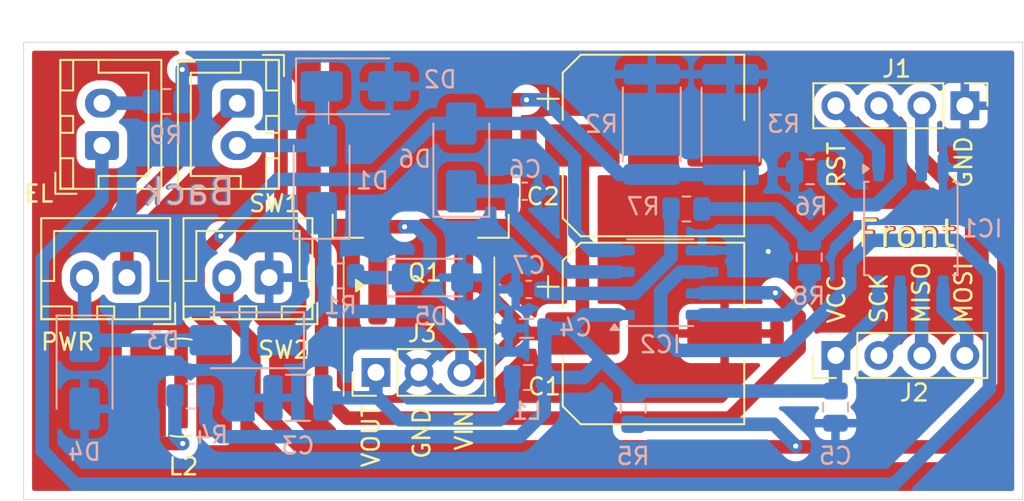
<source format=kicad_pcb>
(kicad_pcb (version 20241229) (generator "pcbnew") (generator_version "9.0")
  (layers (0 "F.Cu" signal) (2 "B.Cu" signal) (13 "F.Paste" user) (15 "B.Paste" user) (5 "F.SilkS" user "F.Silkscreen") (7 "B.SilkS" user "B.Silkscreen") (1 "F.Mask" user) (3 "B.Mask" user) (25 "Edge.Cuts" user))
  (net 0 "")
  (net 1 "Net-(D1-K)")
  (net 2 "GND")
  (net 3 "Net-(J3-Pin_1)")
  (net 4 "Net-(J2-Pin_1)")
  (net 5 "Net-(D6-K)")
  (net 6 "Net-(U2-RSW-Osc)")
  (net 7 "Net-(D1-A)")
  (net 8 "-6V")
  (net 9 "Net-(D5-K)")
  (net 10 "Net-(D6-A)")
  (net 11 "+6V")
  (net 12 "Net-(J2-Pin_3)")
  (net 13 "Net-(J2-Pin_2)")
  (net 14 "Net-(J2-Pin_4)")
  (net 15 "Net-(J4-Pin_2)")
  (net 16 "Net-(J4-Pin_4)")
  (net 17 "Net-(J4-Pin_3)")
  (net 18 "Net-(J5-Pin_1)")
  (net 19 "Net-(J5-Pin_2)")
  (net 20 "Net-(L2-Pad1)")
  (net 21 "Net-(Q1-D)")
  (net 22 "Net-(U2-VA)")
  (net 23 "Net-(U2-Rel-Osc)")
  (footprint "Capacitor_SMD:CP_Elec_10x10.5" (layer "F.Cu") (at 141.6 92.5)
    (property "Reference" "C1" (at -6.44 3.14 0) (layer "F.SilkS"))
    (property "Value" "470 µF 35V")
    (pad "1" smd roundrect (at -4.2 0) (size 4.4 2.5) (layers "F.Cu" "F.Mask" "F.Paste") (roundrect_rratio 0.1) (net 1 "Net-(D1-K)"))
    (pad "2" smd roundrect (at 4.2 0) (size 4.4 2.5) (layers "F.Cu" "F.Mask" "F.Paste") (roundrect_rratio 0.1) (net 2 "GND"))
  )
  (footprint "Connector_JST:JST_XH_B2B-XH-A_1x02_P2.50mm_Vertical" (layer "F.Cu") (at 117.025 78.9 -90)
    (property "Reference" "SW1" (at 5.92 -2.215 0) (layer "F.SilkS"))
    (property "Value" "On/ OFF")
    (pad "1" thru_hole roundrect (at 0 0 270) (size 1.7 2) (drill 1) (layers "*.Cu" "*.Mask") (roundrect_rratio 0.147059) (net 11 "+6V"))
    (pad "2" thru_hole oval (at 2.5 0 270) (size 1.7 2) (drill 1) (layers "*.Cu" "*.Mask") (net 7 "Net-(D1-A)"))
  )
  (footprint "Connector_PinHeader_2.54mm:PinHeader_1x04_P2.54mm_Vertical" (layer "F.Cu") (at 152.37 93.8 90)
    (property "Reference" "J2" (at -2.2 4.63 180) (layer "F.SilkS"))
    (property "Value" "Conn_01x04_Pin")
    (pad "1" thru_hole rect (at 0 0 90) (size 1.7 1.7) (drill 1) (layers "*.Cu" "*.Mask") (net 4 "Net-(J2-Pin_1)"))
    (pad "2" thru_hole oval (at 0 2.54 90) (size 1.7 1.7) (drill 1) (layers "*.Cu" "*.Mask") (net 13 "Net-(J2-Pin_2)"))
    (pad "3" thru_hole oval (at 0 5.08 90) (size 1.7 1.7) (drill 1) (layers "*.Cu" "*.Mask") (net 12 "Net-(J2-Pin_3)"))
    (pad "4" thru_hole oval (at 0 7.62 90) (size 1.7 1.7) (drill 1) (layers "*.Cu" "*.Mask") (net 14 "Net-(J2-Pin_4)"))
  )
  (footprint "Package_TO_SOT_SMD:TO-263-2" (layer "F.Cu") (at 127.85 82.025 90)
    (property "Reference" "Q1" (hide yes))
    (property "Value" "IRF4905")
    (pad "1" smd roundrect (at -7.65 -2.54 90) (size 4.6 1.1) (layers "F.Cu" "F.Mask" "F.Paste") (roundrect_rratio 0.227273) (net 9 "Net-(D5-K)"))
    (pad "2" smd roundrect (at -0.925 -2.775 90) (size 4.55 5.25) (layers "F.Cu" "F.Paste") (roundrect_rratio 0.054945) (net 21 "Net-(Q1-D)"))
    (pad "2" smd roundrect (at -0.925 2.775 90) (size 4.55 5.25) (layers "F.Cu" "F.Paste") (roundrect_rratio 0.054945) (net 21 "Net-(Q1-D)"))
    (pad "2" smd roundrect (at 1.5 0 90) (size 9.4 10.8) (layers "F.Cu" "F.Mask") (roundrect_rratio 0.026596) (net 21 "Net-(Q1-D)"))
    (pad "2" smd roundrect (at 3.925 -2.775 90) (size 4.55 5.25) (layers "F.Cu" "F.Paste") (roundrect_rratio 0.054945) (net 21 "Net-(Q1-D)"))
    (pad "2" smd roundrect (at 3.925 2.775 90) (size 4.55 5.25) (layers "F.Cu" "F.Paste") (roundrect_rratio 0.054945) (net 21 "Net-(Q1-D)"))
    (pad "3" smd roundrect (at -7.65 2.54 90) (size 4.6 1.1) (layers "F.Cu" "F.Mask" "F.Paste") (roundrect_rratio 0.227273) (net 1 "Net-(D1-K)"))
  )
  (footprint "Connector_PinHeader_2.54mm:PinHeader_1x04_P2.54mm_Vertical" (layer "F.Cu") (at 159.99 79.05 -90)
    (property "Reference" "J1" (at -2.18 4.03 180) (layer "F.SilkS"))
    (property "Value" "Conn_01x04_Pin")
    (pad "1" thru_hole rect (at 0 0 270) (size 1.7 1.7) (drill 1) (layers "*.Cu" "*.Mask") (net 2 "GND"))
    (pad "2" thru_hole oval (at 0 2.54 270) (size 1.7 1.7) (drill 1) (layers "*.Cu" "*.Mask") (net 15 "Net-(J4-Pin_2)"))
    (pad "3" thru_hole oval (at 0 5.08 270) (size 1.7 1.7) (drill 1) (layers "*.Cu" "*.Mask") (net 17 "Net-(J4-Pin_3)"))
    (pad "4" thru_hole oval (at 0 7.62 270) (size 1.7 1.7) (drill 1) (layers "*.Cu" "*.Mask") (net 16 "Net-(J4-Pin_4)"))
  )
  (footprint "Connector_JST:JST_XH_B2B-XH-A_1x02_P2.50mm_Vertical" (layer "F.Cu") (at 110.5 89.2 180)
    (property "Reference" "PWR" (at 3.5 -3.8 0) (layer "F.SilkS"))
    (property "Value" "Conn_01x02_Pin")
    (pad "1" thru_hole roundrect (at 0 0 180) (size 1.7 2) (drill 1) (layers "*.Cu" "*.Mask") (roundrect_rratio 0.147059) (net 11 "+6V"))
    (pad "2" thru_hole oval (at 2.5 0 180) (size 1.7 2) (drill 1) (layers "*.Cu" "*.Mask") (net 8 "-6V"))
  )
  (footprint "Connector_JST:JST_XH_B2B-XH-A_1x02_P2.50mm_Vertical" (layer "F.Cu") (at 118.9 89.2 180)
    (property "Reference" "SW2" (at -0.87 -4.27 0) (layer "F.SilkS"))
    (property "Value" "Blink/ Steady")
    (pad "1" thru_hole roundrect (at 0 0 180) (size 1.7 2) (drill 1) (layers "*.Cu" "*.Mask") (roundrect_rratio 0.147059) (net 2 "GND"))
    (pad "2" thru_hole oval (at 2.5 0 180) (size 1.7 2) (drill 1) (layers "*.Cu" "*.Mask") (net 15 "Net-(J4-Pin_2)"))
  )
  (footprint "Capacitor_SMD:CP_Elec_10x10.5" (layer "F.Cu") (at 141.6 81.4)
    (property "Reference" "C2" (at -6.52 3.01 0) (layer "F.SilkS"))
    (property "Value" "470 µF 35V")
    (pad "1" smd roundrect (at -4.2 0) (size 4.4 2.5) (layers "F.Cu" "F.Mask" "F.Paste") (roundrect_rratio 0.1) (net 1 "Net-(D1-K)"))
    (pad "2" smd roundrect (at 4.2 0) (size 4.4 2.5) (layers "F.Cu" "F.Mask" "F.Paste") (roundrect_rratio 0.1) (net 2 "GND"))
  )
  (footprint "Inductor_SMD:L_Bourns_SDR0604" (layer "F.Cu") (at 113.7 95.7 90)
    (property "Reference" "L2" (at -4.66 0.14 0) (layer "F.SilkS"))
    (property "Value" "220 µH")
    (pad "1" smd roundrect (at 0 -1.95 90) (size 5.8 2.1) (layers "F.Cu" "F.Mask" "F.Paste") (roundrect_rratio 0) (chamfer_ratio 0.2) (chamfer top_left top_right) (net 20 "Net-(L2-Pad1)"))
    (pad "2" smd roundrect (at 0 1.95 270) (size 5.8 2.1) (layers "F.Cu" "F.Mask" "F.Paste") (roundrect_rratio 0) (chamfer_ratio 0.2) (chamfer top_left top_right) (net 10 "Net-(D6-A)"))
  )
  (footprint "Connector_JST:JST_XH_B2B-XH-A_1x02_P2.50mm_Vertical" (layer "F.Cu") (at 109.025 81.4 90)
    (property "Reference" "EL" (at -2.85 -3.725 180) (layer "F.SilkS"))
    (property "Value" "Conn_01x02_Pin")
    (pad "1" thru_hole roundrect (at 0 0 90) (size 1.7 2) (drill 1) (layers "*.Cu" "*.Mask") (roundrect_rratio 0.147059) (net 18 "Net-(J5-Pin_1)"))
    (pad "2" thru_hole oval (at 2.5 0 90) (size 1.7 2) (drill 1) (layers "*.Cu" "*.Mask") (net 19 "Net-(J5-Pin_2)"))
  )
  (footprint "Connector_PinHeader_2.54mm:PinHeader_1x03_P2.54mm_Vertical" (layer "F.Cu") (at 125.21 94.8 90)
    (property "Reference" "J3" (at 2.3 2.73 180) (layer "F.SilkS"))
    (property "Value" "Conn_01x03_Pin")
    (pad "1" thru_hole rect (at 0 0 90) (size 1.7 1.7) (drill 1) (layers "*.Cu" "*.Mask") (net 3 "Net-(J3-Pin_1)"))
    (pad "2" thru_hole circle (at 0 2.54 90) (size 1.7 1.7) (drill 1) (layers "*.Cu" "*.Mask") (net 2 "GND"))
    (pad "3" thru_hole circle (at 0 5.08 90) (size 1.7 1.7) (drill 1) (layers "*.Cu" "*.Mask") (net 1 "Net-(D1-K)"))
  )
  (footprint "Resistor_SMD:R_2512_6332Metric" (layer "B.Cu") (at 141.5 80.15 90)
    (property "Reference" "R2" (at 0.02 -2.97 0) (layer "B.SilkS") (effects (justify mirror)))
    (property "Value" "30")
    (pad "1" smd roundrect (at -2.9625 0 90) (size 1.225 3.35) (layers "B.Cu" "B.Mask" "B.Paste") (roundrect_rratio 0.204082) (net 21 "Net-(Q1-D)"))
    (pad "2" smd roundrect (at 2.9625 0 90) (size 1.225 3.35) (layers "B.Cu" "B.Mask" "B.Paste") (roundrect_rratio 0.204082) (net 2 "GND"))
  )
  (footprint "Capacitor_SMD:C_0603_1608Metric" (layer "B.Cu") (at 134.2375 89.9 180)
    (property "Reference" "C7" (at 0 1.43 0) (layer "B.SilkS") (effects (justify mirror)))
    (property "Value" "1 nF")
    (pad "1" smd roundrect (at -0.775 0 180) (size 0.9 0.95) (layers "B.Cu" "B.Mask" "B.Paste") (net 6 "Net-(U2-RSW-Osc)"))
    (pad "2" smd roundrect (at 0.775 0 180) (size 0.9 0.95) (layers "B.Cu" "B.Mask" "B.Paste") (net 2 "GND"))
  )
  (footprint "Package_SO:SOIC-8_3.9x4.9mm_P1.27mm" (layer "B.Cu") (at 142 89.5)
    (property "Reference" "IC2" (at 0 3.65 0) (layer "B.SilkS") (effects (justify mirror)))
    (property "Value" "HV830LG-G")
    (pad "1" smd roundrect (at -2.475 1.905) (size 1.95 0.6) (layers "B.Cu" "B.Mask" "B.Paste") (net 4 "Net-(J2-Pin_1)"))
    (pad "2" smd roundrect (at -2.475 0.635) (size 1.95 0.6) (layers "B.Cu" "B.Mask" "B.Paste") (net 6 "Net-(U2-RSW-Osc)"))
    (pad "3" smd roundrect (at -2.475 -0.635) (size 1.95 0.6) (layers "B.Cu" "B.Mask" "B.Paste") (net 5 "Net-(D6-K)"))
    (pad "4" smd roundrect (at -2.475 -1.905) (size 1.95 0.6) (layers "B.Cu" "B.Mask" "B.Paste") (net 10 "Net-(D6-A)"))
    (pad "5" smd roundrect (at 2.475 -1.905) (size 1.95 0.6) (layers "B.Cu" "B.Mask" "B.Paste") (net 2 "GND"))
    (pad "6" smd roundrect (at 2.475 -0.635) (size 1.95 0.6) (layers "B.Cu" "B.Mask" "B.Paste") (net 18 "Net-(J5-Pin_1)"))
    (pad "7" smd roundrect (at 2.475 0.635) (size 1.95 0.6) (layers "B.Cu" "B.Mask" "B.Paste") (net 22 "Net-(U2-VA)"))
    (pad "8" smd roundrect (at 2.475 1.905) (size 1.95 0.6) (layers "B.Cu" "B.Mask" "B.Paste") (net 23 "Net-(U2-Rel-Osc)"))
  )
  (footprint "Resistor_SMD:R_0805_2012Metric" (layer "B.Cu") (at 143.55 85.15 180)
    (property "Reference" "R7" (at 2.55 0.15 0) (layer "B.SilkS") (effects (justify mirror)))
    (property "Value" "1M")
    (pad "1" smd roundrect (at -0.9125 0 180) (size 1.025 1.4) (layers "B.Cu" "B.Mask" "B.Paste") (roundrect_rratio 0.243902) (net 17 "Net-(J4-Pin_3)"))
    (pad "2" smd roundrect (at 0.9125 0 180) (size 1.025 1.4) (layers "B.Cu" "B.Mask" "B.Paste") (roundrect_rratio 0.243902) (net 6 "Net-(U2-RSW-Osc)"))
  )
  (footprint "Resistor_SMD:R_0805_2012Metric" (layer "B.Cu") (at 150.8 88 -90)
    (property "Reference" "R8" (at 2.29 0.03 0) (layer "B.SilkS") (effects (justify mirror)))
    (property "Value" "3,3M")
    (pad "1" smd roundrect (at -0.9125 0 270) (size 1.025 1.4) (layers "B.Cu" "B.Mask" "B.Paste") (roundrect_rratio 0.243902) (net 17 "Net-(J4-Pin_3)"))
    (pad "2" smd roundrect (at 0.9125 0 270) (size 1.025 1.4) (layers "B.Cu" "B.Mask" "B.Paste") (roundrect_rratio 0.243902) (net 23 "Net-(U2-Rel-Osc)"))
  )
  (footprint "Resistor_SMD:R_0805_2012Metric" (layer "B.Cu") (at 123.1 89.1)
    (property "Reference" "R1" (at 0.01 1.74 0) (layer "B.SilkS") (effects (justify mirror)))
    (property "Value" "10k")
    (pad "1" smd roundrect (at -0.9125 0) (size 1.025 1.4) (layers "B.Cu" "B.Mask" "B.Paste") (roundrect_rratio 0.243902) (net 1 "Net-(D1-K)"))
    (pad "2" smd roundrect (at 0.9125 0) (size 1.025 1.4) (layers "B.Cu" "B.Mask" "B.Paste") (roundrect_rratio 0.243902) (net 9 "Net-(D5-K)"))
  )
  (footprint "Resistor_SMD:R_0805_2012Metric" (layer "B.Cu") (at 150.85 82.95)
    (property "Reference" "R6" (at 0.06 2.05 0) (layer "B.SilkS") (effects (justify mirror)))
    (property "Value" "10k")
    (pad "1" smd roundrect (at -0.9125 0) (size 1.025 1.4) (layers "B.Cu" "B.Mask" "B.Paste") (roundrect_rratio 0.243902) (net 2 "GND"))
    (pad "2" smd roundrect (at 0.9125 0) (size 1.025 1.4) (layers "B.Cu" "B.Mask" "B.Paste") (roundrect_rratio 0.243902) (net 17 "Net-(J4-Pin_3)"))
  )
  (footprint "Capacitor_SMD:C_0805_2012Metric" (layer "B.Cu") (at 134.2 95.1 180)
    (property "Reference" "L1" (at 0.07 -1.98 0) (layer "B.SilkS") (effects (justify mirror)))
    (property "Value" "10 µH")
    (pad "1" smd roundrect (at -0.95 0 180) (size 1 1.45) (layers "B.Cu" "B.Mask" "B.Paste") (net 4 "Net-(J2-Pin_1)"))
    (pad "2" smd roundrect (at 0.95 0 180) (size 1 1.45) (layers "B.Cu" "B.Mask" "B.Paste") (net 3 "Net-(J3-Pin_1)"))
  )
  (footprint "Resistor_SMD:R_2512_6332Metric" (layer "B.Cu") (at 146.15 80.1625 90)
    (property "Reference" "R3" (at 0.0325 3.14 0) (layer "B.SilkS") (effects (justify mirror)))
    (property "Value" "30")
    (pad "1" smd roundrect (at -2.9625 0 90) (size 1.225 3.35) (layers "B.Cu" "B.Mask" "B.Paste") (roundrect_rratio 0.204082) (net 21 "Net-(Q1-D)"))
    (pad "2" smd roundrect (at 2.9625 0 90) (size 1.225 3.35) (layers "B.Cu" "B.Mask" "B.Paste") (roundrect_rratio 0.204082) (net 2 "GND"))
  )
  (footprint "Diode_SMD:D_SMA" (layer "B.Cu") (at 122 83.4 90)
    (property "Reference" "D1" (at -0.08 3 0) (layer "B.SilkS") (effects (justify mirror)))
    (property "Value" "VS-10MQ040-M3")
    (pad "1" smd roundrect (at -2 0 90) (size 2.5 1.8) (layers "B.Cu" "B.Mask" "B.Paste") (roundrect_rratio 0.1388888889) (net 1 "Net-(D1-K)"))
    (pad "2" smd roundrect (at 2 0 90) (size 2.5 1.8) (layers "B.Cu" "B.Mask" "B.Paste") (roundrect_rratio 0.1388888889) (net 7 "Net-(D1-A)"))
  )
  (footprint "Diode_SMD:D_SMA" (layer "B.Cu") (at 130.25 82.1 90)
    (property "Reference" "D6" (at -0.09 -2.75 0) (layer "B.SilkS") (effects (justify mirror)))
    (property "Value" "BAS21")
    (pad "1" smd roundrect (at -2 0 90) (size 2.5 1.8) (layers "B.Cu" "B.Mask" "B.Paste") (roundrect_rratio 0.1388888889) (net 5 "Net-(D6-K)"))
    (pad "2" smd roundrect (at 2 0 90) (size 2.5 1.8) (layers "B.Cu" "B.Mask" "B.Paste") (roundrect_rratio 0.1388888889) (net 10 "Net-(D6-A)"))
  )
  (footprint "Diode_SMD:D_SMA" (layer "B.Cu") (at 117.45 92.9 180)
    (property "Reference" "D3" (at 4.82 -0.02 0) (layer "B.SilkS") (effects (justify mirror)))
    (property "Value" "VS-10MQ040-M3")
    (pad "1" smd roundrect (at -2 0 180) (size 2.5 1.8) (layers "B.Cu" "B.Mask" "B.Paste") (roundrect_rratio 0.1388888889) (net 1 "Net-(D1-K)"))
    (pad "2" smd roundrect (at 2 0 180) (size 2.5 1.8) (layers "B.Cu" "B.Mask" "B.Paste") (roundrect_rratio 0.1388888889) (net 8 "-6V"))
  )
  (footprint "Capacitor_SMD:C_0805_2012Metric" (layer "B.Cu") (at 152.35 96.85 90)
    (property "Reference" "C5" (at -2.88 0 0) (layer "B.SilkS") (effects (justify mirror)))
    (property "Value" "1000 nF")
    (pad "1" smd roundrect (at -0.95 0 90) (size 1 1.45) (layers "B.Cu" "B.Mask" "B.Paste") (net 2 "GND"))
    (pad "2" smd roundrect (at 0.95 0 90) (size 1 1.45) (layers "B.Cu" "B.Mask" "B.Paste") (net 4 "Net-(J2-Pin_1)"))
  )
  (footprint "Capacitor_SMD:C_1210_3225Metric" (layer "B.Cu") (at 120.6 96.3 180)
    (property "Reference" "C3" (at 0 -2.83 0) (layer "B.SilkS") (effects (justify mirror)))
    (property "Value" "4,7 µF 16V")
    (pad "1" smd roundrect (at -1.475 0 180) (size 1.15 2.7) (layers "B.Cu" "B.Mask" "B.Paste") (roundrect_rratio 0.217391) (net 3 "Net-(J3-Pin_1)"))
    (pad "2" smd roundrect (at 1.475 0 180) (size 1.15 2.7) (layers "B.Cu" "B.Mask" "B.Paste") (roundrect_rratio 0.217391) (net 2 "GND"))
  )
  (footprint "Resistor_SMD:R_0805_2012Metric" (layer "B.Cu") (at 114.25 96.2 180)
    (property "Reference" "R4" (at -1.25 -2.3 0) (layer "B.SilkS") (effects (justify mirror)))
    (property "Value" "8,2")
    (pad "1" smd roundrect (at -0.9125 0 180) (size 1.025 1.4) (layers "B.Cu" "B.Mask" "B.Paste") (roundrect_rratio 0.243902) (net 4 "Net-(J2-Pin_1)"))
    (pad "2" smd roundrect (at 0.9125 0 180) (size 1.025 1.4) (layers "B.Cu" "B.Mask" "B.Paste") (roundrect_rratio 0.243902) (net 20 "Net-(L2-Pad1)"))
  )
  (footprint "Diode_SMD:D_SMA" (layer "B.Cu") (at 108 94.95 -90)
    (property "Reference" "D4" (at 4.55 0.01 0) (layer "B.SilkS") (effects (justify mirror)))
    (property "Value" "VS-10MQ040-M3")
    (pad "1" smd roundrect (at -2 0 270) (size 2.5 1.8) (layers "B.Cu" "B.Mask" "B.Paste") (roundrect_rratio 0.1388888889) (net 8 "-6V"))
    (pad "2" smd roundrect (at 2 0 270) (size 2.5 1.8) (layers "B.Cu" "B.Mask" "B.Paste") (roundrect_rratio 0.1388888889) (net 2 "GND"))
  )
  (footprint "Diode_SMD:D_SMA" (layer "B.Cu") (at 124 77.9)
    (property "Reference" "D2" (at 5 -0.4 0) (layer "B.SilkS") (effects (justify mirror)))
    (property "Value" "VS-10MQ040-M3")
    (pad "1" smd roundrect (at -2 0) (size 2.5 1.8) (layers "B.Cu" "B.Mask" "B.Paste") (roundrect_rratio 0.1388888889) (net 7 "Net-(D1-A)"))
    (pad "2" smd roundrect (at 2 0) (size 2.5 1.8) (layers "B.Cu" "B.Mask" "B.Paste") (roundrect_rratio 0.1388888889) (net 2 "GND"))
  )
  (footprint "Inductor_SMD:L_0805_2012Metric" (layer "B.Cu") (at 134.1125 92.2 180)
    (property "Reference" "C4" (at -2.8875 0.04 0) (layer "B.SilkS") (effects (justify mirror)))
    (property "Value" "0,1 µF 16V")
    (pad "1" smd roundrect (at -1.0625 0 180) (size 0.875 1.2) (layers "B.Cu" "B.Mask" "B.Paste") (net 4 "Net-(J2-Pin_1)"))
    (pad "2" smd roundrect (at 1.0625 0 180) (size 0.875 1.2) (layers "B.Cu" "B.Mask" "B.Paste") (net 2 "GND"))
  )
  (footprint "Package_SO:SOIC-8_5.3x5.3mm_P1.27mm" (layer "B.Cu") (at 156.8 86.3 -90)
    (property "Reference" "IC1" (at 0.01 -4.2 0) (layer "B.SilkS") (effects (justify mirror)))
    (property "Value" "ATtiny85V-10S")
    (pad "1" smd roundrect (at -3.5875 1.905 270) (size 1.625 0.65) (layers "B.Cu" "B.Mask" "B.Paste") (net 16 "Net-(J4-Pin_4)"))
    (pad "2" smd roundrect (at -3.5875 0.635 270) (size 1.625 0.65) (layers "B.Cu" "B.Mask" "B.Paste") (net 17 "Net-(J4-Pin_3)"))
    (pad "3" smd roundrect (at -3.5875 -0.635 270) (size 1.625 0.65) (layers "B.Cu" "B.Mask" "B.Paste") (net 15 "Net-(J4-Pin_2)"))
    (pad "4" smd roundrect (at -3.5875 -1.905 270) (size 1.625 0.65) (layers "B.Cu" "B.Mask" "B.Paste") (net 2 "GND"))
    (pad "5" smd roundrect (at 3.5875 -1.905 270) (size 1.625 0.65) (layers "B.Cu" "B.Mask" "B.Paste") (net 14 "Net-(J2-Pin_4)"))
    (pad "6" smd roundrect (at 3.5875 -0.635 270) (size 1.625 0.65) (layers "B.Cu" "B.Mask" "B.Paste") (net 12 "Net-(J2-Pin_3)"))
    (pad "7" smd roundrect (at 3.5875 0.635 270) (size 1.625 0.65) (layers "B.Cu" "B.Mask" "B.Paste") (net 13 "Net-(J2-Pin_2)"))
    (pad "8" smd roundrect (at 3.5875 1.905 270) (size 1.625 0.65) (layers "B.Cu" "B.Mask" "B.Paste") (net 4 "Net-(J2-Pin_1)"))
  )
  (footprint "Resistor_SMD:R_0805_2012Metric" (layer "B.Cu") (at 140.4 96.95 -90)
    (property "Reference" "R5" (at 2.8 0 0) (layer "B.SilkS") (effects (justify mirror)))
    (property "Value" "10k")
    (pad "1" smd roundrect (at -0.9125 0 270) (size 1.025 1.4) (layers "B.Cu" "B.Mask" "B.Paste") (roundrect_rratio 0.243902) (net 4 "Net-(J2-Pin_1)"))
    (pad "2" smd roundrect (at 0.9125 0 270) (size 1.025 1.4) (layers "B.Cu" "B.Mask" "B.Paste") (roundrect_rratio 0.243902) (net 15 "Net-(J4-Pin_2)"))
  )
  (footprint "Diode_SMD:D_MiniMELF" (layer "B.Cu") (at 128.55 89.2)
    (property "Reference" "D5" (at -0.09 2.29 0) (layer "B.SilkS") (effects (justify mirror)))
    (property "Value" "BZV55B10")
    (pad "1" smd roundrect (at -1.75 0) (size 1.3 1.7) (layers "B.Cu" "B.Mask" "B.Paste") (roundrect_rratio 0.1923076923) (net 9 "Net-(D5-K)"))
    (pad "2" smd roundrect (at 1.75 0) (size 1.3 1.7) (layers "B.Cu" "B.Mask" "B.Paste") (roundrect_rratio 0.1923076923) (net 2 "GND"))
  )
  (footprint "Resistor_SMD:R_0805_2012Metric" (layer "B.Cu") (at 112.85 78.8)
    (property "Reference" "R9" (at -0.05 1.99 0) (layer "B.SilkS") (effects (justify mirror)))
    (property "Value" "1k")
    (pad "1" smd roundrect (at -0.9125 0) (size 1.025 1.4) (layers "B.Cu" "B.Mask" "B.Paste") (roundrect_rratio 0.243902) (net 19 "Net-(J5-Pin_2)"))
    (pad "2" smd roundrect (at 0.9125 0) (size 1.025 1.4) (layers "B.Cu" "B.Mask" "B.Paste") (roundrect_rratio 0.243902) (net 22 "Net-(U2-VA)"))
  )
  (footprint "Capacitor_SMD:C_0603_1608Metric" (layer "B.Cu") (at 134 84.1)
    (property "Reference" "C6" (at 0.01 -1.3 0) (layer "B.SilkS") (effects (justify mirror)))
    (property "Value" "10 nF 250V")
    (pad "1" smd roundrect (at -0.775 0) (size 0.9 0.95) (layers "B.Cu" "B.Mask" "B.Paste") (net 5 "Net-(D6-K)"))
    (pad "2" smd roundrect (at 0.775 0) (size 0.9 0.95) (layers "B.Cu" "B.Mask" "B.Paste") (net 2 "GND"))
  )
  (gr_line (start 123.3 96.18) (end 123.3 88) (stroke (width 0.1)) (layer "F.SilkS"))
  (gr_line (start 132.2 88) (end 132.2 96.18) (stroke (width 0.1)) (layer "F.SilkS"))
  (gr_rect (start 104.4 75.3) (end 163.4 102.3) (stroke (width 0.05)) (fill no) (layer "Edge.Cuts"))
  (gr_text "Front" (at 153.5 87.5 0) (layer "F.Cu") (effects (font (size 1.5 1.5) (thickness 0.3) (bold yes)) (justify left bottom)))
  (gr_text "Back" (at 117 85 0) (layer "B.Cu") (effects (font (size 1.5 1.5) (thickness 0.3) (bold yes)) (justify left bottom mirror)))
  (gr_text "Front" (at 153.5 87.5 0) (layer "F.SilkS") (effects (font (size 1.5 1.5) (thickness 0.2)) (justify left bottom)))
  (gr_text "MOSI" (at 160.5 92 90) (layer "F.SilkS") (effects (font (size 1 1)) (justify left bottom)))
  (gr_text "Q1" (at 127 89.5 0) (layer "F.SilkS") (effects (font (size 1 1)) (justify left bottom)))
  (gr_text "SCK" (at 155.5 92 90) (layer "F.SilkS") (effects (font (size 1 1)) (justify left bottom)))
  (gr_text "VIN" (at 131 99.5 90) (layer "F.SilkS") (effects (font (size 1 1)) (justify left bottom)))
  (gr_text "MISO" (at 158 92 90) (layer "F.SilkS") (effects (font (size 1 1)) (justify left bottom)))
  (gr_text "VCC" (at 153 92 90) (layer "F.SilkS") (effects (font (size 1 1)) (justify left bottom)))
  (gr_text "GND" (at 160.5 84 90) (layer "F.SilkS") (effects (font (size 1 1)) (justify left bottom)))
  (gr_text "GND" (at 128.5 100 90) (layer "F.SilkS") (effects (font (size 1 1)) (justify left bottom)))
  (gr_text "RST" (at 153 84 90) (layer "F.SilkS") (effects (font (size 1 1)) (justify left bottom)))
  (gr_text "VOUT" (at 125.5 100.5 90) (layer "F.SilkS") (effects (font (size 1 1)) (justify left bottom)))
  (gr_text "Back" (at 117 85 0) (layer "B.SilkS") (effects (font (size 1.5 1.5) (thickness 0.2)) (justify left bottom mirror)))
  (segment (start 137.4 92.5) (end 134.8 92.5) (width 0.8) (layer "F.Cu") (net 1))
  (segment (start 137.4 81.4) (end 137.4 92.5) (width 0.8) (layer "F.Cu") (net 1))
  (segment (start 134.8 92.5) (end 133.645 92.5) (width 0.8) (layer "F.Cu") (net 1))
  (segment (start 134.2 92.5) (end 134.8 92.5) (width 0.8) (layer "F.Cu") (net 1))
  (segment (start 131.345 94.8) (end 130.29 94.8) (width 0.8) (layer "F.Cu") (net 1))
  (segment (start 131.375 89.675) (end 134.2 92.5) (width 0.8) (layer "F.Cu") (net 1))
  (segment (start 130.39 89.675) (end 131.375 89.675) (width 0.8) (layer "F.Cu") (net 1))
  (segment (start 133.645 92.5) (end 131.345 94.8) (width 0.8) (layer "F.Cu") (net 1))
  (segment (start 122.1875 89.1) (end 122.1875 85.5875) (width 0.8) (layer "B.Cu") (net 1))
  (segment (start 130.29 93.09) (end 128.4 91.2) (width 0.8) (layer "B.Cu") (net 1))
  (segment (start 122.1875 90.6875) (end 119.975 92.9) (width 0.8) (layer "B.Cu") (net 1))
  (segment (start 130.29 94.8) (end 130.29 93.09) (width 0.8) (layer "B.Cu") (net 1))
  (segment (start 122.1875 90.6875) (end 122.1875 89.1) (width 0.8) (layer "B.Cu") (net 1))
  (segment (start 128.4 91.2) (end 122.7 91.2) (width 0.8) (layer "B.Cu") (net 1))
  (segment (start 119.975 92.9) (end 119.45 92.9) (width 0.8) (layer "B.Cu") (net 1))
  (segment (start 122.1875 85.5875) (end 122 85.4) (width 0.8) (layer "B.Cu") (net 1))
  (segment (start 122.7 91.2) (end 122.1875 90.6875) (width 0.8) (layer "B.Cu") (net 1))
  (via (at 148.38 87.66) (size 0.6) (drill 0.3) (layers "F.Cu" "B.Cu") (net 2))
  (segment (start 125.125 94.885) (end 125.21 94.8) (width 0.8) (layer "B.Cu") (net 3))
  (segment (start 126.625 97.6) (end 125.21 96.185) (width 0.8) (layer "B.Cu") (net 3))
  (segment (start 125.21 96.185) (end 125.21 94.8) (width 0.8) (layer "B.Cu") (net 3))
  (segment (start 125.21 96.185) (end 125.095 96.3) (width 0.8) (layer "B.Cu") (net 3))
  (segment (start 133.25 95.1) (end 133.25 96.85) (width 0.8) (layer "B.Cu") (net 3))
  (segment (start 125.095 96.3) (end 122.075 96.3) (width 0.8) (layer "B.Cu") (net 3))
  (segment (start 133.25 96.85) (end 132.5 97.6) (width 0.8) (layer "B.Cu") (net 3))
  (segment (start 132.5 97.6) (end 126.625 97.6) (width 0.8) (layer "B.Cu") (net 3))
  (segment (start 135.1625 95.3625) (end 135.15 95.35) (width 0.8) (layer "B.Cu") (net 4))
  (segment (start 135.175 92.2) (end 135.175 95.325) (width 0.8) (layer "B.Cu") (net 4))
  (segment (start 140.4 95.9) (end 138.55 94.05) (width 0.8) (layer "B.Cu") (net 4))
  (segment (start 136.7 92.2) (end 135.175 92.2) (width 0.8) (layer "B.Cu") (net 4))
  (segment (start 133.7 98.6) (end 135.15 97.15) (width 0.8) (layer "B.Cu") (net 4))
  (segment (start 135.15 97.15) (end 135.15 95.1) (width 0.8) (layer "B.Cu") (net 4))
  (segment (start 152.35 95.9) (end 140.4 95.9) (width 0.8) (layer "B.Cu") (net 4))
  (segment (start 139.525 91.405) (end 137.495 91.405) (width 0.8) (layer "B.Cu") (net 4))
  (segment (start 135.15 95.1) (end 137.5 95.1) (width 0.8) (layer "B.Cu") (net 4))
  (segment (start 115.1625 97.6625) (end 116.1 98.6) (width 0.8) (layer "B.Cu") (net 4))
  (segment (start 138.55 94.05) (end 136.7 92.2) (width 0.8) (layer "B.Cu") (net 4))
  (segment (start 137.495 91.405) (end 136.7 92.2) (width 0.8) (layer "B.Cu") (net 4))
  (segment (start 152.35 93.82) (end 152.37 93.8) (width 0.8) (layer "B.Cu") (net 4))
  (segment (start 115.1625 96.2) (end 115.1625 97.6625) (width 0.8) (layer "B.Cu") (net 4))
  (segment (start 135.175 95.325) (end 135.15 95.35) (width 0.8) (layer "B.Cu") (net 4))
  (segment (start 116.1 98.6) (end 133.7 98.6) (width 0.8) (layer "B.Cu") (net 4))
  (segment (start 154.895 91.275) (end 152.37 93.8) (width 0.8) (layer "B.Cu") (net 4))
  (segment (start 154.895 89.8875) (end 154.895 91.275) (width 0.8) (layer "B.Cu") (net 4))
  (segment (start 152.35 95.9) (end 152.35 93.82) (width 0.8) (layer "B.Cu") (net 4))
  (segment (start 137.5 95.1) (end 138.55 94.05) (width 0.8) (layer "B.Cu") (net 4))
  (segment (start 130.25 84.1) (end 133.225 84.1) (width 0.8) (layer "B.Cu") (net 5))
  (segment (start 133.225 85.525) (end 133.225 84.1) (width 0.8) (layer "B.Cu") (net 5))
  (segment (start 139.525 88.865) (end 136.565 88.865) (width 0.8) (layer "B.Cu") (net 5))
  (segment (start 136.565 88.865) (end 133.225 85.525) (width 0.8) (layer "B.Cu") (net 5))
  (segment (start 142.6375 87.997499) (end 142.6375 85.15) (width 0.8) (layer "B.Cu") (net 6))
  (segment (start 139.525 90.135) (end 140.499999 90.135) (width 0.8) (layer "B.Cu") (net 6))
  (segment (start 135.2475 90.135) (end 135.0125 89.9) (width 0.8) (layer "B.Cu") (net 6))
  (segment (start 139.525 90.135) (end 135.2475 90.135) (width 0.8) (layer "B.Cu") (net 6))
  (segment (start 140.499999 90.135) (end 142.6375 87.997499) (width 0.8) (layer "B.Cu") (net 6))
  (segment (start 122 81.4) (end 122 77.9) (width 0.8) (layer "B.Cu") (net 7))
  (segment (start 122 81.4) (end 117.025 81.4) (width 0.8) (layer "B.Cu") (net 7))
  (segment (start 108 92.95) (end 108.1 92.95) (width 0.8) (layer "B.Cu") (net 8))
  (segment (start 108.1 92.95) (end 108.15 93) (width 0.8) (layer "B.Cu") (net 8))
  (segment (start 108 92.95) (end 108 89.2) (width 0.8) (layer "B.Cu") (net 8))
  (segment (start 115.45 92.9) (end 108.05 92.9) (width 0.8) (layer "B.Cu") (net 8))
  (segment (start 108.05 92.9) (end 108 92.95) (width 0.8) (layer "B.Cu") (net 8))
  (segment (start 125.3 89.665) (end 125.31 89.675) (width 0.8) (layer "F.Cu") (net 9))
  (segment (start 125.75 86.2) (end 125.3 86.65) (width 0.8) (layer "F.Cu") (net 9))
  (segment (start 125.3 86.65) (end 125.3 89.665) (width 0.8) (layer "F.Cu") (net 9))
  (segment (start 126.9 86.2) (end 125.75 86.2) (width 0.8) (layer "F.Cu") (net 9))
  (via (at 126.9 86.2) (size 0.6) (drill 0.3) (layers "F.Cu" "B.Cu") (net 9))
  (segment (start 126.8 89.2) (end 124.1125 89.2) (width 0.8) (layer "B.Cu") (net 9))
  (segment (start 124.1125 89.2) (end 124.0125 89.1) (width 0.8) (layer "B.Cu") (net 9))
  (segment (start 128.4 88.25) (end 127.45 89.2) (width 0.8) (layer "B.Cu") (net 9))
  (segment (start 127.6 86.2) (end 126.9 86.2) (width 0.8) (layer "B.Cu") (net 9))
  (segment (start 128.4 87) (end 128.4 88.25) (width 0.8) (layer "B.Cu") (net 9))
  (segment (start 128.4 87) (end 127.6 86.2) (width 0.8) (layer "B.Cu") (net 9))
  (segment (start 127.45 89.2) (end 126.8 89.2) (width 0.8) (layer "B.Cu") (net 9))
  (segment (start 114.7 91.4) (end 115.6 92.3) (width 0.8) (layer "F.Cu") (net 10))
  (segment (start 116.05 86.75) (end 114.7 88.1) (width 0.8) (layer "F.Cu") (net 10))
  (segment (start 115.6 92.3) (end 115.6 95.65) (width 0.8) (layer "F.Cu") (net 10))
  (segment (start 114.7 88.1) (end 114.7 91.4) (width 0.8) (layer "F.Cu") (net 10))
  (segment (start 115.6 95.65) (end 115.65 95.7) (width 0.8) (layer "F.Cu") (net 10))
  (via (at 116.05 86.75) (size 0.6) (drill 0.3) (layers "F.Cu" "B.Cu") (net 10))
  (segment (start 125.3 83.4) (end 128.6 80.1) (width 0.8) (layer "B.Cu") (net 10))
  (segment (start 116.05 86.75) (end 119.4 83.4) (width 0.8) (layer "B.Cu") (net 10))
  (segment (start 134.9 80.1) (end 130.25 80.1) (width 0.8) (layer "B.Cu") (net 10))
  (segment (start 119.4 83.4) (end 125.3 83.4) (width 0.8) (layer "B.Cu") (net 10))
  (segment (start 139.525 87.595) (end 137.995 87.595) (width 0.8) (layer "B.Cu") (net 10))
  (segment (start 136.95 82.15) (end 134.9 80.1) (width 0.8) (layer "B.Cu") (net 10))
  (segment (start 137.995 87.595) (end 136.95 86.55) (width 0.8) (layer "B.Cu") (net 10))
  (segment (start 128.6 80.1) (end 130.25 80.1) (width 0.8) (layer "B.Cu") (net 10))
  (segment (start 136.95 86.55) (end 136.95 82.15) (width 0.8) (layer "B.Cu") (net 10))
  (segment (start 117.025 78.9) (end 110.5 85.425) (width 0.8) (layer "F.Cu") (net 11))
  (segment (start 110.5 85.425) (end 110.5 89.2) (width 0.8) (layer "F.Cu") (net 11))
  (segment (start 157.435 93.785) (end 157.45 93.8) (width 0.8) (layer "B.Cu") (net 12))
  (segment (start 157.435 89.8875) (end 157.435 93.785) (width 0.8) (layer "B.Cu") (net 12))
  (segment (start 156.165 92.545) (end 154.91 93.8) (width 0.8) (layer "B.Cu") (net 13))
  (segment (start 156.165 89.8875) (end 156.165 92.545) (width 0.8) (layer "B.Cu") (net 13))
  (segment (start 160.1 92.45) (end 158.705 91.055) (width 0.8) (layer "B.Cu") (net 14))
  (segment (start 160.1 93.8) (end 160.1 92.45) (width 0.8) (layer "B.Cu") (net 14))
  (segment (start 158.705 91.055) (end 158.705 89.8875) (width 0.8) (layer "B.Cu") (net 14))
  (segment (start 118 96.5) (end 118 93) (width 0.8) (layer "F.Cu") (net 15))
  (segment (start 162.3 86.95) (end 162.3 95.65) (width 0.8) (layer "F.Cu") (net 15))
  (segment (start 116.4 91.4) (end 116.4 89.2) (width 0.8) (layer "F.Cu") (net 15))
  (segment (start 162.3 95.65) (end 158.749 99.201) (width 0.8) (layer "F.Cu") (net 15))
  (segment (start 118 93) (end 116.4 91.4) (width 0.8) (layer "F.Cu") (net 15))
  (segment (start 120.701 99.201) (end 118 96.5) (width 0.8) (layer "F.Cu") (net 15))
  (segment (start 157.45 79.05) (end 157.45 82.1) (width 0.8) (layer "F.Cu") (net 15))
  (segment (start 158.749 99.201) (end 120.701 99.201) (width 0.8) (layer "F.Cu") (net 15))
  (segment (start 157.45 82.1) (end 162.3 86.95) (width 0.8) (layer "F.Cu") (net 15))
  (via (at 150 99.15) (size 0.6) (drill 0.3) (layers "F.Cu" "B.Cu") (net 15))
  (segment (start 157.45 79.05) (end 157.45 82.6975) (width 0.8) (layer "B.Cu") (net 15))
  (segment (start 148.7125 97.8625) (end 150 99.15) (width 0.8) (layer "B.Cu") (net 15))
  (segment (start 157.45 82.6975) (end 157.435 82.7125) (width 0.8) (layer "B.Cu") (net 15))
  (segment (start 140.4 97.8625) (end 148.7125 97.8625) (width 0.8) (layer "B.Cu") (net 15))
  (segment (start 154.9 82.7075) (end 154.895 82.7125) (width 0.8) (layer "B.Cu") (net 16))
  (segment (start 152.37 79.05) (end 154.9 81.58) (width 0.8) (layer "B.Cu") (net 16))
  (segment (start 154.9 81.58) (end 154.9 82.7075) (width 0.8) (layer "B.Cu") (net 16))
  (segment (start 154.95 79.01) (end 154.91 79.05) (width 0.8) (layer "B.Cu") (net 17))
  (segment (start 150.9125 87.0875) (end 153.1 84.9) (width 0.8) (layer "B.Cu") (net 17))
  (segment (start 144.4625 85.15) (end 148.8625 85.15) (width 0.8) (layer "B.Cu") (net 17))
  (segment (start 151.7625 82.95) (end 151.7625 83.5625) (width 0.8) (layer "B.Cu") (net 17))
  (segment (start 154.91 79.05) (end 156.165 80.305) (width 0.8) (layer "B.Cu") (net 17))
  (segment (start 153.1 84.9) (end 154.75 84.9) (width 0.8) (layer "B.Cu") (net 17))
  (segment (start 154.75 84.9) (end 156.165 83.485) (width 0.8) (layer "B.Cu") (net 17))
  (segment (start 150.8 87.0875) (end 150.9125 87.0875) (width 0.8) (layer "B.Cu") (net 17))
  (segment (start 151.7625 83.5625) (end 153.1 84.9) (width 0.8) (layer "B.Cu") (net 17))
  (segment (start 156.165 83.485) (end 156.165 82.7125) (width 0.8) (layer "B.Cu") (net 17))
  (segment (start 156.165 80.305) (end 156.165 82.7125) (width 0.8) (layer "B.Cu") (net 17))
  (segment (start 148.8625 85.15) (end 150.8 87.0875) (width 0.8) (layer "B.Cu") (net 17))
  (segment (start 153.19 88.31) (end 153.19 89.69) (width 0.8) (layer "B.Cu") (net 18))
  (segment (start 161.441 88.941) (end 159.5 87) (width 0.8) (layer "B.Cu") (net 18))
  (segment (start 105.498 88.084348) (end 105.498 99.412628) (width 0.8) (layer "B.Cu") (net 18))
  (segment (start 142.02 92.5) (end 142.02 90.030627) (width 0.8) (layer "B.Cu") (net 18))
  (segment (start 149.38 93.5) (end 143.02 93.5) (width 0.8) (layer "B.Cu") (net 18))
  (segment (start 155.811 101.399) (end 161.441 95.769) (width 0.8) (layer "B.Cu") (net 18))
  (segment (start 105.95 99.9) (end 107.449 101.399) (width 0.8) (layer "B.Cu") (net 18))
  (segment (start 161.441 95.769) (end 161.441 88.941) (width 0.8) (layer "B.Cu") (net 18))
  (segment (start 109.025 81.4) (end 109.025 84.557348) (width 0.8) (layer "B.Cu") (net 18))
  (segment (start 109.025 84.557348) (end 105.498 88.084348) (width 0.8) (layer "B.Cu") (net 18))
  (segment (start 143.02 93.5) (end 142.02 92.5) (width 0.8) (layer "B.Cu") (net 18))
  (segment (start 107.449 101.399) (end 155.811 101.399) (width 0.8) (layer "B.Cu") (net 18))
  (segment (start 105.498 99.412628) (end 105.95 99.864628) (width 0.8) (layer "B.Cu") (net 18))
  (segment (start 154.5 87) (end 153.19 88.31) (width 0.8) (layer "B.Cu") (net 18))
  (segment (start 105.95 99.864628) (end 105.95 99.9) (width 0.8) (layer "B.Cu") (net 18))
  (segment (start 142.02 90.030627) (end 143.185627 88.865) (width 0.8) (layer "B.Cu") (net 18))
  (segment (start 153.19 89.69) (end 149.38 93.5) (width 0.8) (layer "B.Cu") (net 18))
  (segment (start 159.5 87) (end 154.5 87) (width 0.8) (layer "B.Cu") (net 18))
  (segment (start 143.185627 88.865) (end 144.475 88.865) (width 0.8) (layer "B.Cu") (net 18))
  (segment (start 111.8375 78.9) (end 111.9375 78.8) (width 0.8) (layer "B.Cu") (net 19))
  (segment (start 109.025 78.9) (end 111.8375 78.9) (width 0.8) (layer "B.Cu") (net 19))
  (segment (start 111.7 99) (end 111.7 95.75) (width 0.8) (layer "F.Cu") (net 20))
  (segment (start 113.8 99) (end 111.7 99) (width 0.8) (layer "F.Cu") (net 20))
  (via (at 113.8 99) (size 0.6) (drill 0.3) (layers "F.Cu" "B.Cu") (net 20))
  (segment (start 113.3375 98.5375) (end 113.3375 96.2) (width 0.8) (layer "B.Cu") (net 20))
  (segment (start 113.8 99) (end 113.3375 98.5375) (width 0.8) (layer "B.Cu") (net 20))
  (segment (start 134.1 78.7) (end 131.575 78.7) (width 0.8) (layer "F.Cu") (net 21))
  (segment (start 131.575 78.7) (end 130.475 77.6) (width 0.8) (layer "F.Cu") (net 21))
  (via (at 134.1 78.7) (size 0.6) (drill 0.3) (layers "F.Cu" "B.Cu") (net 21))
  (segment (start 135.2 78.7) (end 139.6125 83.1125) (width 0.8) (layer "B.Cu") (net 21))
  (segment (start 139.6125 83.1125) (end 141.5 83.1125) (width 0.8) (layer "B.Cu") (net 21))
  (segment (start 134.1 78.7) (end 135.2 78.7) (width 0.8) (layer "B.Cu") (net 21))
  (segment (start 146.1375 83.1125) (end 146.15 83.125) (width 0.8) (layer "B.Cu") (net 21))
  (segment (start 141.5 83.1125) (end 146.1375 83.1125) (width 0.8) (layer "B.Cu") (net 21))
  (segment (start 123.5 97.5) (end 122 96) (width 0.8) (layer "F.Cu") (net 22))
  (segment (start 122 87.9) (end 119.6 85.5) (width 0.8) (layer "F.Cu") (net 22))
  (segment (start 113.78 76.9) (end 113.77 76.91) (width 0.8) (layer "F.Cu") (net 22))
  (segment (start 148.8 90.1) (end 150.2 91.5) (width 0.8) (layer "F.Cu") (net 22))
  (segment (start 150.2 91.5) (end 150.2 93.4) (width 0.8) (layer "F.Cu") (net 22))
  (segment (start 122 96) (end 122 87.9) (width 0.8) (layer "F.Cu") (net 22))
  (segment (start 146.1 97.5) (end 123.5 97.5) (width 0.8) (layer "F.Cu") (net 22))
  (segment (start 118.4 76.9) (end 113.78 76.9) (width 0.8) (layer "F.Cu") (net 22))
  (segment (start 119.6 78.1) (end 118.4 76.9) (width 0.8) (layer "F.Cu") (net 22))
  (segment (start 150.2 93.4) (end 146.1 97.5) (width 0.8) (layer "F.Cu") (net 22))
  (segment (start 119.6 85.5) (end 119.6 78.1) (width 0.8) (layer "F.Cu") (net 22))
  (via (at 148.8 90.1) (size 0.6) (drill 0.3) (layers "F.Cu" "B.Cu") (net 22))
  (via (at 113.77 76.91) (size 0.6) (drill 0.3) (layers "F.Cu" "B.Cu") (net 22))
  (segment (start 113.77 76.91) (end 113.77 78.7925) (width 0.8) (layer "B.Cu") (net 22))
  (segment (start 113.77 78.7925) (end 113.7625 78.8) (width 0.8) (layer "B.Cu") (net 22))
  (segment (start 144.51 90.1) (end 144.475 90.135) (width 0.8) (layer "B.Cu") (net 22))
  (segment (start 148.8 90.1) (end 144.51 90.1) (width 0.8) (layer "B.Cu") (net 22))
  (segment (start 144.475 91.405) (end 149.4575 91.405) (width 0.8) (layer "B.Cu") (net 23))
  (segment (start 150.8 88.9125) (end 150.8 90.0625) (width 0.8) (layer "B.Cu") (net 23))
  (segment (start 150.8 90.0625) (end 149.4575 91.405) (width 0.8) (layer "B.Cu") (net 23))
  (zone (net 2) (net_name "GND") (layer "F.Cu") (connect_pads (clearance 0.5)) (min_thickness 0.25) (fill yes (thermal_gap 0.5) (thermal_bridge_width 0.5))
    (polygon (pts (xy 104.4 75.3) (xy 163.4 75.3) (xy 163.4 102.3) (xy 104.4 102.3)))
  )
  (zone (net 2) (net_name "GND") (layer "B.Cu") (priority 1) (connect_pads (clearance 0.5)) (min_thickness 0.25) (fill yes (thermal_gap 0.5) (thermal_bridge_width 0.5))
    (polygon (pts (xy 104.4 75.3) (xy 163.4 75.3) (xy 163.4 102.3) (xy 104.4 102.3)))
  )
)
</source>
